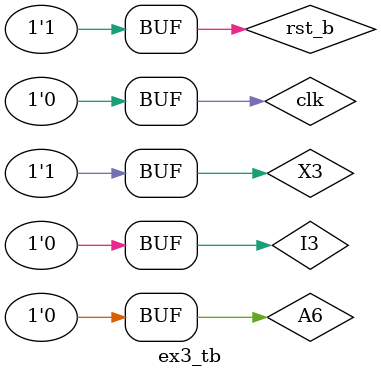
<source format=v>
module ex3(
    input clk, rst_b, A6, X3, I3,
    output reg out
);

localparam S0 = 4'b0001, S1 = 4'b0010, S2 = 4'b0100, S3 = 4'b1000;

reg [3:0] state, next_state;

// Next state logic
always @(*) begin
    case (state)
        S0: if((A6 & X3 & I3) | X3) next_state = S0;
            else if ((I3 & A6) | (I3 & X3)) next_state = S1;
            else if ((I3 & X3) | (A6 & X3 & I3)) next_state = S2;
            else if (X3) next_state = S3;
        S1: if(A6 & I3) next_state = S2;
            else next_state = S0;
        S2: if ((I3 & A6) | X3) next_state = S2;
        S3: if ((X3 & A6) | (A6 & I3)) next_state = S2;
    endcase
end

// Output logic
always @(*) begin
    case (state)
        S0: out = 1'b1;
        S1: out = 1'b0;
        S2: out = 1'b0;
        S3: out = 1'b0;
    endcase
end

// State machine
always @(posedge clk, negedge rst_b) begin
    if (~rst_b)
        state <= S0;
    else
        state <= next_state;
end

endmodule

module ex3_tb;
    reg clk;
    reg rst_b;
    reg A6, X3, I3;
    wire out;

    ex3 uut (
        .clk(clk),
        .rst_b(rst_b),
        .A6(A6),
        .X3(X3),
        .I3(I3),
        .out(out)
    );

    // parameters
    localparam CLK_PERIOD = 100;
    localparam CLK_CYCLES = 10;
    localparam RST_PULSE = 100;

    // clock init
    initial begin
        clk = 0;
        repeat (2 * CLK_CYCLES) # (CLK_PERIOD / 2) clk = ~clk;
    end

    // reset init
    initial begin
        rst_b = 0;
        #RST_PULSE rst_b = 1;
    end

    // A6 init
    initial begin
        A6 = 0;
        #(CLK_PERIOD) A6 = 1;
        #(CLK_PERIOD) A6 = 0;
        #(2 * CLK_PERIOD) A6 = 1;
        #(5 * CLK_PERIOD) A6 = 0;
    end

    // X3 init
    initial begin
        X3 = 1;
        #(CLK_PERIOD) X3 = 0;
        #(CLK_PERIOD + CLK_PERIOD / 2) X3 = 1;
        #(CLK_PERIOD + CLK_PERIOD / 2) X3 = 0;
        #(CLK_PERIOD + CLK_PERIOD / 2) X3 = 1;
        #(CLK_PERIOD) X3 = 0;
        #(CLK_PERIOD) X3 = 1;
        #(2 * CLK_PERIOD) X3 = 0;
        #(CLK_PERIOD / 2) X3 = 1;
    end

    // I3 init
    initial begin
        I3 = 1;
        #(CLK_PERIOD / 2) I3 = 0;
        #(CLK_PERIOD) I3 = 1;
        #(CLK_PERIOD) I3 = 0;
        #(CLK_PERIOD) I3 = 1;
        #(CLK_PERIOD) I3 = 0;
        #(CLK_PERIOD) I3 = 1;
        #(CLK_PERIOD / 2) I3 = 0;
        #(CLK_PERIOD + CLK_PERIOD / 2) I3 = 1;
        #(CLK_PERIOD + CLK_PERIOD / 2) I3 = 0;
        #(CLK_PERIOD / 2) I3 = 1;
        #(CLK_PERIOD / 2) I3 = 0;
    end

    initial begin
        $display("A6 | X3 | I3 | out");
        $monitor("%b  | %b  | %b  | %b", A6, X3, I3, out);
    end
endmodule
</source>
